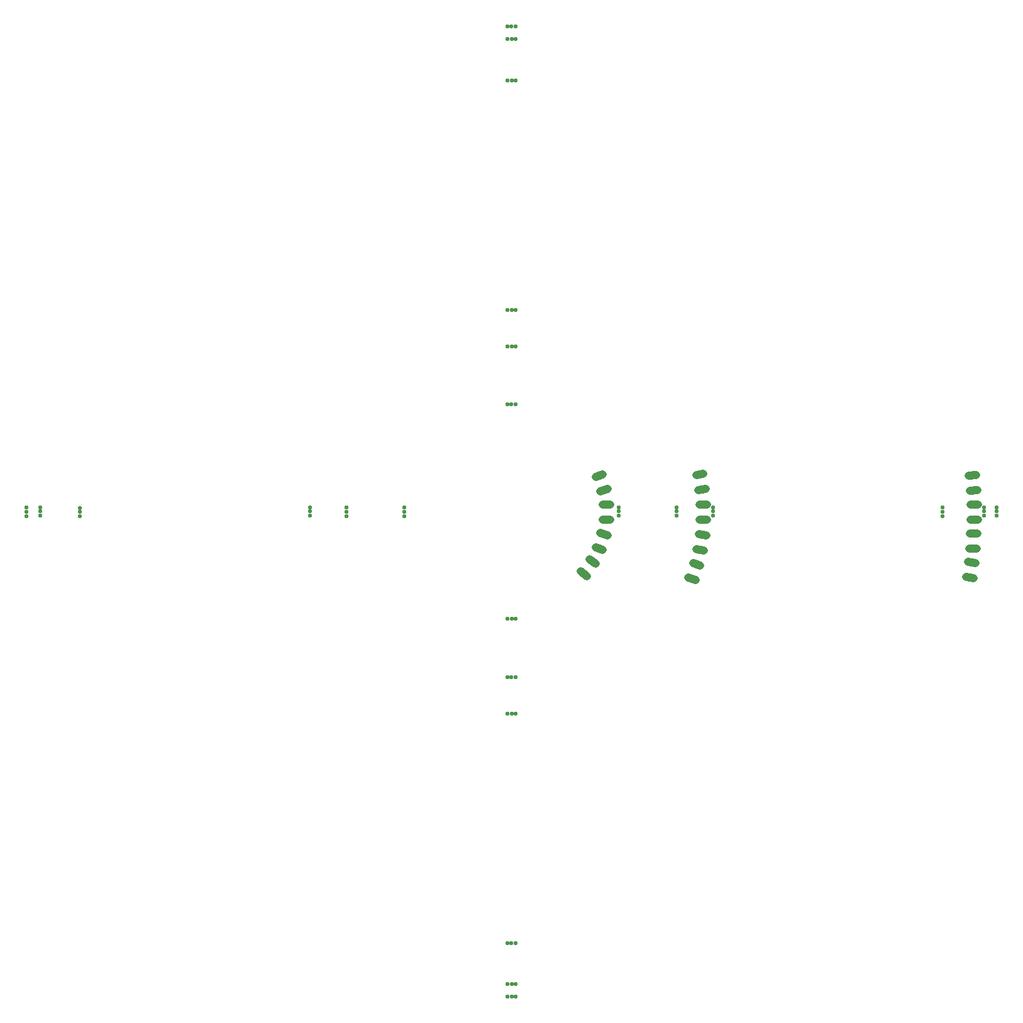
<source format=gbs>
G75*
%MOIN*%
%OFA0B0*%
%FSLAX25Y25*%
%IPPOS*%
%LPD*%
%AMOC8*
5,1,8,0,0,1.08239X$1,22.5*
%
%ADD10C,0.02300*%
%ADD11C,0.04300*%
D10*
X0271550Y0049250D03*
X0273750Y0049250D03*
X0276050Y0049250D03*
X0276050Y0055800D03*
X0273750Y0055800D03*
X0271550Y0055800D03*
X0271450Y0077650D03*
X0273650Y0077650D03*
X0275950Y0077650D03*
X0276050Y0199300D03*
X0273750Y0199300D03*
X0271550Y0199300D03*
X0271500Y0218650D03*
X0273700Y0218650D03*
X0276000Y0218650D03*
X0276050Y0249350D03*
X0273750Y0249350D03*
X0271550Y0249350D03*
X0216800Y0304000D03*
X0216800Y0306300D03*
X0216800Y0308500D03*
X0186150Y0308500D03*
X0186150Y0306300D03*
X0186150Y0304000D03*
X0166800Y0304050D03*
X0166800Y0306350D03*
X0166800Y0308550D03*
X0271500Y0363200D03*
X0273700Y0363200D03*
X0276000Y0363200D03*
X0276050Y0393850D03*
X0273750Y0393850D03*
X0271550Y0393850D03*
X0271550Y0413250D03*
X0273750Y0413250D03*
X0276050Y0413250D03*
X0330650Y0308550D03*
X0330650Y0306350D03*
X0330650Y0304050D03*
X0361400Y0304050D03*
X0361400Y0306350D03*
X0361400Y0308550D03*
X0380700Y0308550D03*
X0380700Y0306350D03*
X0380700Y0304050D03*
X0502350Y0304000D03*
X0502350Y0306300D03*
X0502350Y0308500D03*
X0524250Y0308650D03*
X0524250Y0306450D03*
X0524250Y0304150D03*
X0531000Y0304050D03*
X0531000Y0306350D03*
X0531000Y0308550D03*
X0276050Y0534800D03*
X0273750Y0534800D03*
X0271550Y0534800D03*
X0271550Y0556700D03*
X0273750Y0556700D03*
X0276050Y0556700D03*
X0276000Y0563550D03*
X0273700Y0563550D03*
X0271500Y0563550D03*
X0044800Y0308250D03*
X0044800Y0306050D03*
X0044800Y0303750D03*
X0023750Y0304050D03*
X0023750Y0306350D03*
X0023750Y0308550D03*
X0016650Y0308450D03*
X0016650Y0306250D03*
X0016650Y0303950D03*
D11*
X0310331Y0274689D02*
X0313567Y0272339D01*
X0318269Y0278811D02*
X0315033Y0281161D01*
X0318162Y0287564D02*
X0321966Y0286328D01*
X0324438Y0293936D02*
X0320634Y0295172D01*
X0321800Y0302250D02*
X0325800Y0302250D01*
X0325800Y0310250D02*
X0321800Y0310250D01*
X0320634Y0317328D02*
X0324438Y0318564D01*
X0321966Y0326172D02*
X0318162Y0324936D01*
X0369784Y0279172D02*
X0373588Y0277936D01*
X0371116Y0270328D02*
X0367312Y0271564D01*
X0371549Y0286611D02*
X0375499Y0285987D01*
X0376751Y0293889D02*
X0372801Y0294513D01*
X0373300Y0302300D02*
X0377300Y0302300D01*
X0377300Y0310300D02*
X0373300Y0310300D01*
X0372701Y0317987D02*
X0376651Y0318611D01*
X0375399Y0326513D02*
X0371449Y0325889D01*
X0516053Y0325617D02*
X0520045Y0325867D01*
X0520547Y0317883D02*
X0516555Y0317633D01*
X0516800Y0310050D02*
X0520800Y0310050D01*
X0520800Y0302050D02*
X0516800Y0302050D01*
X0516605Y0294937D02*
X0520597Y0294687D01*
X0520095Y0286703D02*
X0516103Y0286953D01*
X0515467Y0279718D02*
X0519435Y0279218D01*
X0518433Y0271282D02*
X0514465Y0271782D01*
M02*

</source>
